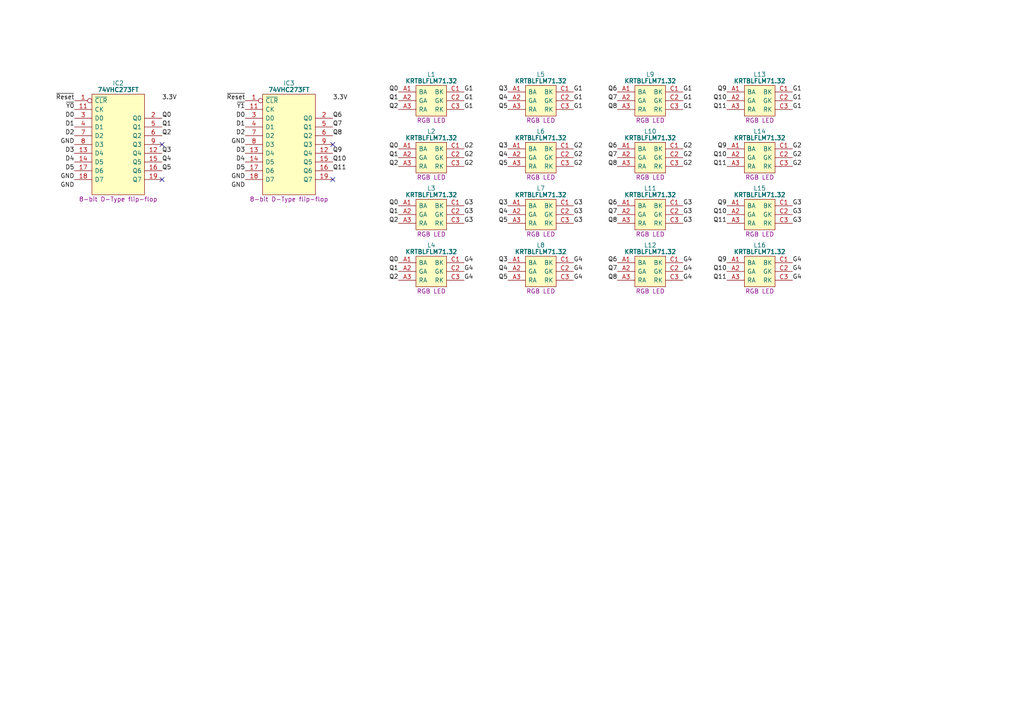
<source format=kicad_sch>
(kicad_sch (version 20231120) (generator "eeschema") (generator_version "8.0")
  (paper "A4")
  (lib_symbols
    (symbol "Connector:TestPoint" (pin_numbers hide) (pin_names (offset 0.762) hide)
      (property "Reference" "TP" (at 0 6.858 0))
      (property "Value" "TestPoint" (at 0 5.08 0))
      (symbol "TestPoint_0_1"
        (circle (center 0 3.302) (radius 0.762))
      )
      (symbol "TestPoint_1_1"
        (pin passive line (at 0 0 90) (length 2.54) (name "1") (number "1"))
      )
    )
    (symbol "Osram:KRTBLFLM71.32-TXUY-EV+VTAU-DP+RXTU-KY" (pin_names (offset 0.762))
      (property "Reference" "L" (at 9.525 5.08 0))
      (property "Value" "KRTBLFLM71.32" (at 9.525 3.175 0))
      (property "Description" "RGB LED" (at 9.525 -8.255 0))
      (symbol "KRTBLFLM71.32-TXUY-EV+VTAU-DP+RXTU-KY_0_1"
        (polyline (pts (xy 5.08 1.905) (xy 13.97 1.905) (xy 13.97 -6.985) (xy 5.08 -6.985) (xy 5.08 1.905)) (stroke (width 0.1524)) (fill (type background)))
      )
      (symbol "KRTBLFLM71.32-TXUY-EV+VTAU-DP+RXTU-KY_1_0"
        (pin passive line (at 19.05 0 180) (length 5.08) (name "BA") (number "A1"))
        (pin passive line (at 19.05 -2.54 180) (length 5.08) (name "GA") (number "A2"))
        (pin passive line (at 19.05 -5.08 180) (length 5.08) (name "RA") (number "A3"))
        (pin passive line (at 0 0 0) (length 5.08) (name "BK") (number "C1"))
        (pin passive line (at 0 -2.54 0) (length 5.08) (name "GK") (number "C2"))
        (pin passive line (at 0 -5.08 0) (length 5.08) (name "RK") (number "C3"))
      )
    )
    (symbol "Toshiba:74VHC273FT" (pin_names (offset 0.762))
      (property "Reference" "IC" (at 12.7 5.08 0))
      (property "Value" "74VHC273FT" (at 12.7 3.175 0))
      (property "Description" "8-bit D-Type flip-flop" (at 12.7 -28.575 0))
      (symbol "74VHC273FT_0_0"
        (pin output line (at 25.4 -15.24 180) (length 5.08) (name "Q4") (number "12"))
        (pin input line (at 0 -15.24 0) (length 5.08) (name "D4") (number "13"))
        (pin input line (at 0 -17.78 0) (length 5.08) (name "D5") (number "14"))
        (pin output line (at 25.4 -17.78 180) (length 5.08) (name "Q5") (number "15"))
        (pin output line (at 25.4 -20.32 180) (length 5.08) (name "Q6") (number "16"))
        (pin input line (at 0 -20.32 0) (length 5.08) (name "D6") (number "17"))
        (pin input line (at 0 -22.86 0) (length 5.08) (name "D7") (number "18"))
        (pin output line (at 25.4 -22.86 180) (length 5.08) (name "Q7") (number "19"))
        (pin output line (at 25.4 -5.08 180) (length 5.08) (name "Q0") (number "2"))
        (pin input line (at 0 -5.08 0) (length 5.08) (name "D0") (number "3"))
        (pin input line (at 0 -7.62 0) (length 5.08) (name "D1") (number "4"))
        (pin output line (at 25.4 -7.62 180) (length 5.08) (name "Q1") (number "5"))
        (pin output line (at 25.4 -10.16 180) (length 5.08) (name "Q2") (number "6"))
        (pin input line (at 0 -10.16 0) (length 5.08) (name "D2") (number "7"))
        (pin input line (at 0 -12.7 0) (length 5.08) (name "D3") (number "8"))
        (pin output line (at 25.4 -12.7 180) (length 5.08) (name "Q3") (number "9"))
      )
      (symbol "74VHC273FT_0_1"
        (polyline (pts (xy 5.08 1.905) (xy 20.32 1.905) (xy 20.32 -27.305) (xy 5.08 -27.305) (xy 5.08 1.905)) (stroke (width 0.1524)) (fill (type background)))
      )
      (symbol "74VHC273FT_1_0"
        (pin input inverted (at 0 0 0) (length 5.08) (name "~{CLR}") (number "1"))
        (pin passive line (at 0 -25.4 0) (length 5.08) hide (name "GND") (number "10"))
        (pin input line (at 0 -2.54 0) (length 5.08) (name "CK") (number "11"))
        (pin passive line (at 25.4 0 180) (length 5.08) hide (name "5V") (number "20"))
      )
    )
  )
  (no_connect (at 96.52 41.91))
  (no_connect (at 46.99 41.91))
  (no_connect (at 96.52 52.07))
  (no_connect (at 46.99 52.07))
  (wire (pts (xy -35.56 27.94) (xy -35.56 30.48)))
  (wire (pts (xy -27.94 99.06) (xy -27.94 100.33)))
  (wire (pts (xy -38.1 26.67) (xy -38.1 30.48)))
  (wire (pts (xy -35.56 45.72) (xy -35.56 48.26)))
  (wire (pts (xy -38.1 62.23) (xy -38.1 66.04)))
  (wire (pts (xy -48.26 27.94) (xy -40.64 27.94)))
  (wire (pts (xy -27.94 81.28) (xy -27.94 82.55)))
  (wire (pts (xy -40.64 45.72) (xy -40.64 48.26)))
  (wire (pts (xy -38.1 81.28) (xy -38.1 85.09)))
  (wire (pts (xy -27.94 62.23) (xy -27.94 63.5)))
  (wire (pts (xy -35.56 63.5) (xy -35.56 66.04)))
  (wire (pts (xy -35.56 82.55) (xy -35.56 85.09)))
  (wire (pts (xy -27.94 27.94) (xy -35.56 27.94)))
  (wire (pts (xy -38.1 118.11) (xy -38.1 121.92)))
  (wire (pts (xy -48.26 26.67) (xy -48.26 27.94)))
  (wire (pts (xy -27.94 26.67) (xy -27.94 27.94)))
  (wire (pts (xy -35.56 100.33) (xy -35.56 102.87)))
  (wire (pts (xy -48.26 82.55) (xy -40.64 82.55)))
  (wire (pts (xy -38.1 99.06) (xy -38.1 102.87)))
  (wire (pts (xy -48.26 63.5) (xy -40.64 63.5)))
  (wire (pts (xy -48.26 62.23) (xy -48.26 63.5)))
  (wire (pts (xy -27.94 100.33) (xy -35.56 100.33)))
  (wire (pts (xy -48.26 100.33) (xy -40.64 100.33)))
  (wire (pts (xy -40.64 63.5) (xy -40.64 66.04)))
  (wire (pts (xy -27.94 44.45) (xy -27.94 45.72)))
  (wire (pts (xy -48.26 81.28) (xy -48.26 82.55)))
  (wire (pts (xy -40.64 100.33) (xy -40.64 102.87)))
  (wire (pts (xy -38.1 44.45) (xy -38.1 48.26)))
  (wire (pts (xy -48.26 99.06) (xy -48.26 100.33)))
  (wire (pts (xy -48.26 44.45) (xy -48.26 45.72)))
  (wire (pts (xy -48.26 45.72) (xy -40.64 45.72)))
  (wire (pts (xy -27.94 63.5) (xy -35.56 63.5)))
  (wire (pts (xy -27.94 82.55) (xy -35.56 82.55)))
  (wire (pts (xy -40.64 27.94) (xy -40.64 30.48)))
  (wire (pts (xy -40.64 82.55) (xy -40.64 85.09)))
  (wire (pts (xy -27.94 45.72) (xy -35.56 45.72)))
  (label "D1" (at -38.1 48.26 270))
  (label "Q4" (at 147.32 78.74 180))
  (label "Q0" (at 46.99 34.29 0))
  (label "Q10" (at 210.82 62.23 180))
  (label "Q1" (at 46.99 36.83 0))
  (label "Q11" (at 210.82 31.75 180))
  (label "G2" (at 166.37 48.26 0))
  (label "G4" (at 134.62 81.28 0))
  (label "D4" (at 71.12 46.99 180))
  (label "~{Y0}" (at -38.1 66.04 270))
  (label "Q7" (at 179.07 29.21 180))
  (label "Q4" (at 147.32 29.21 180))
  (label "Q2" (at 46.99 39.37 0))
  (label "D3" (at 21.59 44.45 180))
  (label "GND" (at 21.59 54.61 180))
  (label "Q7" (at 96.52 36.83 0))
  (label "G4" (at 229.87 76.2 0))
  (label "G1" (at 134.62 31.75 0))
  (label "G4" (at 134.62 76.2 0))
  (label "G4" (at 198.12 76.2 0))
  (label "Q6" (at 179.07 76.2 180))
  (label "Q11" (at 210.82 64.77 180))
  (label "Q6" (at 179.07 59.69 180))
  (label "G1" (at 134.62 29.21 0))
  (label "3.3V" (at 96.52 29.21 0))
  (label "D3" (at -35.56 30.48 270))
  (label "Q1" (at 115.57 29.21 180))
  (label "~{Reset}" (at 21.59 29.21 180))
  (label "Q5" (at 147.32 81.28 180))
  (label "G4" (at 229.87 81.28 0))
  (label "G2" (at 134.62 48.26 0))
  (label "Q1" (at 115.57 78.74 180))
  (label "Q9" (at 96.52 44.45 0))
  (label "D5" (at 71.12 49.53 180))
  (label "Q8" (at 179.07 48.26 180))
  (label "G3" (at 134.62 62.23 0))
  (label "Q6" (at 96.52 34.29 0))
  (label "Q8" (at 179.07 81.28 180))
  (label "Q7" (at 179.07 45.72 180))
  (label "G1" (at -40.64 85.09 270))
  (label "Q0" (at 115.57 59.69 180))
  (label "~{Y0}" (at 21.59 31.75 180))
  (label "G2" (at 198.12 45.72 0))
  (label "D4" (at -38.1 30.48 270))
  (label "G4" (at 166.37 76.2 0))
  (label "D0" (at 71.12 34.29 180))
  (label "Q1" (at 115.57 62.23 180))
  (label "Q9" (at 210.82 43.18 180))
  (label "G2" (at 229.87 43.18 0))
  (label "GND" (at 21.59 52.07 180))
  (label "G1" (at 229.87 31.75 0))
  (label "G1" (at 229.87 29.21 0))
  (label "Q10" (at 96.52 46.99 0))
  (label "3.3V" (at -35.56 102.87 270))
  (label "G2" (at 166.37 45.72 0))
  (label "Q4" (at 147.32 62.23 180))
  (label "Q2" (at 115.57 48.26 180))
  (label "Q3" (at 147.32 59.69 180))
  (label "G2" (at -38.1 85.09 270))
  (label "Q6" (at 179.07 26.67 180))
  (label "D1" (at 71.12 36.83 180))
  (label "Q9" (at 210.82 59.69 180))
  (label "G1" (at 166.37 31.75 0))
  (label "G2" (at 229.87 48.26 0))
  (label "G2" (at 198.12 43.18 0))
  (label "G1" (at 166.37 29.21 0))
  (label "Q3" (at 147.32 26.67 180))
  (label "G2" (at 134.62 45.72 0))
  (label "D4" (at 21.59 46.99 180))
  (label "G1" (at 198.12 31.75 0))
  (label "G1" (at 198.12 26.67 0))
  (label "G1" (at 166.37 26.67 0))
  (label "G4" (at 229.87 78.74 0))
  (label "G1" (at 229.87 26.67 0))
  (label "GND" (at -40.64 102.87 270))
  (label "Q9" (at 210.82 76.2 180))
  (label "D0" (at -35.56 48.26 270))
  (label "Q11" (at 96.52 49.53 0))
  (label "D5" (at 21.59 49.53 180))
  (label "G3" (at 166.37 64.77 0))
  (label "Q0" (at 115.57 43.18 180))
  (label "G3" (at 229.87 64.77 0))
  (label "Q11" (at 210.82 81.28 180))
  (label "G4" (at 166.37 78.74 0))
  (label "Q10" (at 210.82 45.72 180))
  (label "G3" (at 134.62 59.69 0))
  (label "Q5" (at 147.32 64.77 180))
  (label "~{Reset}" (at 71.12 29.21 180))
  (label "Q8" (at 179.07 64.77 180))
  (label "G3" (at 166.37 59.69 0))
  (label "D2" (at 71.12 39.37 180))
  (label "G4" (at 134.62 78.74 0))
  (label "Q2" (at 115.57 81.28 180))
  (label "Q1" (at 115.57 45.72 180))
  (label "G3" (at 198.12 62.23 0))
  (label "Q8" (at 179.07 31.75 180))
  (label "Q0" (at 115.57 76.2 180))
  (label "G3" (at 229.87 59.69 0))
  (label "GND" (at 71.12 41.91 180))
  (label "Q5" (at 46.99 49.53 0))
  (label "GND" (at -38.1 121.92 270))
  (label "D5" (at -40.64 30.48 270))
  (label "GND" (at 71.12 54.61 180))
  (label "Q2" (at 115.57 64.77 180))
  (label "G2" (at 229.87 45.72 0))
  (label "Q7" (at 179.07 78.74 180))
  (label "G2" (at 134.62 43.18 0))
  (label "D0" (at 21.59 34.29 180))
  (label "D1" (at 21.59 36.83 180))
  (label "G3" (at 229.87 62.23 0))
  (label "Q6" (at 179.07 43.18 180))
  (label "GND" (at 71.12 52.07 180))
  (label "G4" (at 198.12 81.28 0))
  (label "D3" (at 71.12 44.45 180))
  (label "G1" (at 198.12 29.21 0))
  (label "G3" (at 166.37 62.23 0))
  (label "Q3" (at 147.32 76.2 180))
  (label "Q4" (at 46.99 46.99 0))
  (label "Q10" (at 210.82 78.74 180))
  (label "GND" (at 21.59 41.91 180))
  (label "Q9" (at 210.82 26.67 180))
  (label "~{Y1}" (at -35.56 66.04 270))
  (label "D2" (at -40.64 48.26 270))
  (label "Q4" (at 147.32 45.72 180))
  (label "Q0" (at 115.57 26.67 180))
  (label "Q3" (at 147.32 43.18 180))
  (label "G3" (at 134.62 64.77 0))
  (label "G4" (at 166.37 81.28 0))
  (label "G3" (at 198.12 64.77 0))
  (label "3.3V" (at 46.99 29.21 0))
  (label "Q11" (at 210.82 48.26 180))
  (label "G4" (at 198.12 78.74 0))
  (label "G2" (at 166.37 43.18 0))
  (label "Q2" (at 115.57 31.75 180))
  (label "D2" (at 21.59 39.37 180))
  (label "~{Y1}" (at 71.12 31.75 180))
  (label "Q5" (at 147.32 31.75 180))
  (label "G4" (at -38.1 102.87 270))
  (label "Q7" (at 179.07 62.23 180))
  (label "G1" (at 134.62 26.67 0))
  (label "Q8" (at 96.52 39.37 0))
  (label "G3" (at 198.12 59.69 0))
  (label "Q5" (at 147.32 48.26 180))
  (label "Q3" (at 46.99 44.45 0))
  (label "G2" (at 198.12 48.26 0))
  (label "G3" (at -35.56 85.09 270))
  (label "Q10" (at 210.82 29.21 180))
  (label "~{Reset}" (at -40.64 66.04 270))
  (symbol (lib_id "Connector:TestPoint") (at -48.26 81.28 0) (unit 1)
    (property "Reference" "TP10" (at -48.26 74.422 0))
    (property "Value" "TestPoint" (at -48.26 76.2 0))
    (property "Footprint" "SamacSys_Parts:Point_D1.0mm_Drill0.5mm" (effects (hide yes)))
    (property "Description" "test point" (effects (hide yes)))
  )
  (symbol (lib_id "Connector:TestPoint") (at -48.26 62.23 0) (unit 1)
    (property "Reference" "TP7" (at -48.26 55.372 0))
    (property "Value" "TestPoint" (at -48.26 57.15 0))
    (property "Footprint" "SamacSys_Parts:Point_D1.0mm_Drill0.5mm" (effects (hide yes)))
    (property "Description" "test point" (effects (hide yes)))
  )
  (symbol (lib_id "Osram:KRTBLFLM71.32-TXUY-EV+VTAU-DP+RXTU-KY") (at 198.12 26.67 0) (mirror y) (unit 1)
    (property "Reference" "L9" (at 188.595 21.59 0))
    (property "Value" "KRTBLFLM71.32" (at 188.595 23.495 0) (effects (font (bold yes))))
    (property "Footprint" "SamacSys_Parts:KRTBLFLM7132TXUYEVVTAUDPRXTUKY" (effects (hide yes)))
    (property "Datasheet" "https://docs.rs-online.com/2bdb/A700000006800397.pdf" (effects (hide yes)))
    (property "Description" "RGB LED" (at 188.595 34.925 0))
    (property "Height" "2.45" (effects (hide yes)))
    (property "Manufacturer_Name" "OSRAM" (effects (hide yes)))
    (property "Manufacturer_Part_Number" "KRTBLFLM71.32-TXUY-EV+VTAU-DP+RXTU-KY" (effects (hide yes)))
    (property "Silkscreen" "KRTBLF" (effects (hide yes)))
  )
  (symbol (lib_id "Connector:TestPoint") (at -38.1 99.06 0) (unit 1)
    (property "Reference" "TP14" (at -38.1 92.202 0))
    (property "Value" "TestPoint" (at -38.1 93.98 0))
    (property "Footprint" "SamacSys_Parts:Point_D1.0mm_Drill0.5mm" (effects (hide yes)))
    (property "Description" "test point" (effects (hide yes)))
  )
  (symbol (lib_id "Connector:TestPoint") (at -27.94 81.28 0) (unit 1)
    (property "Reference" "TP12" (at -27.94 74.422 0))
    (property "Value" "TestPoint" (at -27.94 76.2 0))
    (property "Footprint" "SamacSys_Parts:Point_D1.0mm_Drill0.5mm" (effects (hide yes)))
    (property "Description" "test point" (effects (hide yes)))
  )
  (symbol (lib_id "Osram:KRTBLFLM71.32-TXUY-EV+VTAU-DP+RXTU-KY") (at 134.62 26.67 0) (mirror y) (unit 1)
    (property "Reference" "L1" (at 125.095 21.59 0))
    (property "Value" "KRTBLFLM71.32" (at 125.095 23.495 0) (effects (font (bold yes))))
    (property "Footprint" "SamacSys_Parts:KRTBLFLM7132TXUYEVVTAUDPRXTUKY" (effects (hide yes)))
    (property "Datasheet" "https://docs.rs-online.com/2bdb/A700000006800397.pdf" (effects (hide yes)))
    (property "Description" "RGB LED" (at 125.095 34.925 0))
    (property "Height" "2.45" (effects (hide yes)))
    (property "Manufacturer_Name" "OSRAM" (effects (hide yes)))
    (property "Manufacturer_Part_Number" "KRTBLFLM71.32-TXUY-EV+VTAU-DP+RXTU-KY" (effects (hide yes)))
    (property "Silkscreen" "KRTBLF" (effects (hide yes)))
  )
  (symbol (lib_id "Connector:TestPoint") (at -27.94 44.45 0) (unit 1)
    (property "Reference" "TP6" (at -27.94 37.592 0))
    (property "Value" "TestPoint" (at -27.94 39.37 0))
    (property "Footprint" "SamacSys_Parts:Point_D1.0mm_Drill0.5mm" (effects (hide yes)))
    (property "Description" "test point" (effects (hide yes)))
  )
  (symbol (lib_id "Osram:KRTBLFLM71.32-TXUY-EV+VTAU-DP+RXTU-KY") (at 229.87 43.18 0) (mirror y) (unit 1)
    (property "Reference" "L14" (at 220.345 38.1 0))
    (property "Value" "KRTBLFLM71.32" (at 220.345 40.005 0) (effects (font (bold yes))))
    (property "Footprint" "SamacSys_Parts:KRTBLFLM7132TXUYEVVTAUDPRXTUKY" (effects (hide yes)))
    (property "Datasheet" "https://docs.rs-online.com/2bdb/A700000006800397.pdf" (effects (hide yes)))
    (property "Description" "RGB LED" (at 220.345 51.435 0))
    (property "Height" "2.45" (effects (hide yes)))
    (property "Manufacturer_Name" "OSRAM" (effects (hide yes)))
    (property "Manufacturer_Part_Number" "KRTBLFLM71.32-TXUY-EV+VTAU-DP+RXTU-KY" (effects (hide yes)))
    (property "Silkscreen" "KRTBLF" (effects (hide yes)))
  )
  (symbol (lib_id "Osram:KRTBLFLM71.32-TXUY-EV+VTAU-DP+RXTU-KY") (at 134.62 76.2 0) (mirror y) (unit 1)
    (property "Reference" "L4" (at 125.095 71.12 0))
    (property "Value" "KRTBLFLM71.32" (at 125.095 73.025 0) (effects (font (bold yes))))
    (property "Footprint" "SamacSys_Parts:KRTBLFLM7132TXUYEVVTAUDPRXTUKY" (effects (hide yes)))
    (property "Datasheet" "https://docs.rs-online.com/2bdb/A700000006800397.pdf" (effects (hide yes)))
    (property "Description" "RGB LED" (at 125.095 84.455 0))
    (property "Height" "2.45" (effects (hide yes)))
    (property "Manufacturer_Name" "OSRAM" (effects (hide yes)))
    (property "Manufacturer_Part_Number" "KRTBLFLM71.32-TXUY-EV+VTAU-DP+RXTU-KY" (effects (hide yes)))
    (property "Silkscreen" "KRTBLF" (effects (hide yes)))
  )
  (symbol (lib_id "Osram:KRTBLFLM71.32-TXUY-EV+VTAU-DP+RXTU-KY") (at 229.87 76.2 0) (mirror y) (unit 1)
    (property "Reference" "L16" (at 220.345 71.12 0))
    (property "Value" "KRTBLFLM71.32" (at 220.345 73.025 0) (effects (font (bold yes))))
    (property "Footprint" "SamacSys_Parts:KRTBLFLM7132TXUYEVVTAUDPRXTUKY" (effects (hide yes)))
    (property "Datasheet" "https://docs.rs-online.com/2bdb/A700000006800397.pdf" (effects (hide yes)))
    (property "Description" "RGB LED" (at 220.345 84.455 0))
    (property "Height" "2.45" (effects (hide yes)))
    (property "Manufacturer_Name" "OSRAM" (effects (hide yes)))
    (property "Manufacturer_Part_Number" "KRTBLFLM71.32-TXUY-EV+VTAU-DP+RXTU-KY" (effects (hide yes)))
    (property "Silkscreen" "KRTBLF" (effects (hide yes)))
  )
  (symbol (lib_id "Osram:KRTBLFLM71.32-TXUY-EV+VTAU-DP+RXTU-KY") (at 134.62 59.69 0) (mirror y) (unit 1)
    (property "Reference" "L3" (at 125.095 54.61 0))
    (property "Value" "KRTBLFLM71.32" (at 125.095 56.515 0) (effects (font (bold yes))))
    (property "Footprint" "SamacSys_Parts:KRTBLFLM7132TXUYEVVTAUDPRXTUKY" (effects (hide yes)))
    (property "Datasheet" "https://docs.rs-online.com/2bdb/A700000006800397.pdf" (effects (hide yes)))
    (property "Description" "RGB LED" (at 125.095 67.945 0))
    (property "Height" "2.45" (effects (hide yes)))
    (property "Manufacturer_Name" "OSRAM" (effects (hide yes)))
    (property "Manufacturer_Part_Number" "KRTBLFLM71.32-TXUY-EV+VTAU-DP+RXTU-KY" (effects (hide yes)))
    (property "Silkscreen" "KRTBLF" (effects (hide yes)))
  )
  (symbol (lib_id "Connector:TestPoint") (at -38.1 26.67 0) (unit 1)
    (property "Reference" "TP2" (at -38.1 19.812 0))
    (property "Value" "TestPoint" (at -38.1 21.59 0))
    (property "Footprint" "SamacSys_Parts:Point_D1.0mm_Drill0.5mm" (effects (hide yes)))
    (property "Description" "test point" (effects (hide yes)))
  )
  (symbol (lib_id "Connector:TestPoint") (at -48.26 44.45 0) (unit 1)
    (property "Reference" "TP4" (at -48.26 37.592 0))
    (property "Value" "TestPoint" (at -48.26 39.37 0))
    (property "Footprint" "SamacSys_Parts:Point_D1.0mm_Drill0.5mm" (effects (hide yes)))
    (property "Description" "test point" (effects (hide yes)))
  )
  (symbol (lib_id "Connector:TestPoint") (at -38.1 118.11 0) (unit 1)
    (property "Reference" "TP16" (at -38.1 111.252 0))
    (property "Value" "TestPoint" (at -38.1 113.03 0))
    (property "Footprint" "SamacSys_Parts:Point_D1.0mm_Drill0.5mm" (effects (hide yes)))
    (property "Description" "test point" (effects (hide yes)))
  )
  (symbol (lib_id "Osram:KRTBLFLM71.32-TXUY-EV+VTAU-DP+RXTU-KY") (at 166.37 43.18 0) (mirror y) (unit 1)
    (property "Reference" "L6" (at 156.845 38.1 0))
    (property "Value" "KRTBLFLM71.32" (at 156.845 40.005 0) (effects (font (bold yes))))
    (property "Footprint" "SamacSys_Parts:KRTBLFLM7132TXUYEVVTAUDPRXTUKY" (effects (hide yes)))
    (property "Datasheet" "https://docs.rs-online.com/2bdb/A700000006800397.pdf" (effects (hide yes)))
    (property "Description" "RGB LED" (at 156.845 51.435 0))
    (property "Height" "2.45" (effects (hide yes)))
    (property "Manufacturer_Name" "OSRAM" (effects (hide yes)))
    (property "Manufacturer_Part_Number" "KRTBLFLM71.32-TXUY-EV+VTAU-DP+RXTU-KY" (effects (hide yes)))
    (property "Silkscreen" "KRTBLF" (effects (hide yes)))
  )
  (symbol (lib_id "Osram:KRTBLFLM71.32-TXUY-EV+VTAU-DP+RXTU-KY") (at 229.87 26.67 0) (mirror y) (unit 1)
    (property "Reference" "L13" (at 220.345 21.59 0))
    (property "Value" "KRTBLFLM71.32" (at 220.345 23.495 0) (effects (font (bold yes))))
    (property "Footprint" "SamacSys_Parts:KRTBLFLM7132TXUYEVVTAUDPRXTUKY" (effects (hide yes)))
    (property "Datasheet" "https://docs.rs-online.com/2bdb/A700000006800397.pdf" (effects (hide yes)))
    (property "Description" "RGB LED" (at 220.345 34.925 0))
    (property "Height" "2.45" (effects (hide yes)))
    (property "Manufacturer_Name" "OSRAM" (effects (hide yes)))
    (property "Manufacturer_Part_Number" "KRTBLFLM71.32-TXUY-EV+VTAU-DP+RXTU-KY" (effects (hide yes)))
    (property "Silkscreen" "KRTBLF" (effects (hide yes)))
  )
  (symbol (lib_id "Connector:TestPoint") (at -48.26 99.06 0) (unit 1)
    (property "Reference" "TP13" (at -48.26 92.202 0))
    (property "Value" "TestPoint" (at -48.26 93.98 0))
    (property "Footprint" "SamacSys_Parts:Point_D1.0mm_Drill0.5mm" (effects (hide yes)))
    (property "Description" "test point" (effects (hide yes)))
  )
  (symbol (lib_id "Connector:TestPoint") (at -48.26 26.67 0) (unit 1)
    (property "Reference" "TP1" (at -48.26 19.812 0))
    (property "Value" "TestPoint" (at -48.26 21.59 0))
    (property "Footprint" "SamacSys_Parts:Point_D1.0mm_Drill0.5mm" (effects (hide yes)))
    (property "Description" "test point" (effects (hide yes)))
  )
  (symbol (lib_id "Connector:TestPoint") (at -38.1 44.45 0) (unit 1)
    (property "Reference" "TP5" (at -38.1 37.592 0))
    (property "Value" "TestPoint" (at -38.1 39.37 0))
    (property "Footprint" "SamacSys_Parts:Point_D1.0mm_Drill0.5mm" (effects (hide yes)))
    (property "Description" "test point" (effects (hide yes)))
  )
  (symbol (lib_id "Connector:TestPoint") (at -27.94 26.67 0) (unit 1)
    (property "Reference" "TP3" (at -27.94 19.812 0))
    (property "Value" "TestPoint" (at -27.94 21.59 0))
    (property "Footprint" "SamacSys_Parts:Point_D1.0mm_Drill0.5mm" (effects (hide yes)))
    (property "Description" "test point" (effects (hide yes)))
  )
  (symbol (lib_id "Connector:TestPoint") (at -38.1 81.28 0) (unit 1)
    (property "Reference" "TP11" (at -38.1 74.422 0))
    (property "Value" "TestPoint" (at -38.1 76.2 0))
    (property "Footprint" "SamacSys_Parts:Point_D1.0mm_Drill0.5mm" (effects (hide yes)))
    (property "Description" "test point" (effects (hide yes)))
  )
  (symbol (lib_id "Toshiba:74VHC273FT") (at 21.59 29.21 0) (unit 1)
    (property "Reference" "IC2" (at 34.29 24.13 0))
    (property "Value" "74VHC273FT" (at 34.29 26.035 0) (effects (font (bold yes))))
    (property "Footprint" "SamacSys_Parts:SOP65P640X110-20N" (effects (hide yes)))
    (property "Description" "8-bit D-Type flip-flop" (at 34.29 57.785 0))
    (property "Height" "1.1" (effects (hide yes)))
    (property "Manufacturer_Name" "Nexperia" (effects (hide yes)))
    (property "Manufacturer_Part_Number" "74VHC273FT" (effects (hide yes)))
    (property "Silkscreen" "74VHC273" (effects (hide yes)))
  )
  (symbol (lib_id "Connector:TestPoint") (at -38.1 62.23 0) (unit 1)
    (property "Reference" "TP8" (at -38.1 55.372 0))
    (property "Value" "TestPoint" (at -38.1 57.15 0))
    (property "Footprint" "SamacSys_Parts:Point_D1.0mm_Drill0.5mm" (effects (hide yes)))
    (property "Description" "test point" (effects (hide yes)))
  )
  (symbol (lib_id "Osram:KRTBLFLM71.32-TXUY-EV+VTAU-DP+RXTU-KY") (at 166.37 59.69 0) (mirror y) (unit 1)
    (property "Reference" "L7" (at 156.845 54.61 0))
    (property "Value" "KRTBLFLM71.32" (at 156.845 56.515 0) (effects (font (bold yes))))
    (property "Footprint" "SamacSys_Parts:KRTBLFLM7132TXUYEVVTAUDPRXTUKY" (effects (hide yes)))
    (property "Datasheet" "https://docs.rs-online.com/2bdb/A700000006800397.pdf" (effects (hide yes)))
    (property "Description" "RGB LED" (at 156.845 67.945 0))
    (property "Height" "2.45" (effects (hide yes)))
    (property "Manufacturer_Name" "OSRAM" (effects (hide yes)))
    (property "Manufacturer_Part_Number" "KRTBLFLM71.32-TXUY-EV+VTAU-DP+RXTU-KY" (effects (hide yes)))
    (property "Silkscreen" "KRTBLF" (effects (hide yes)))
  )
  (symbol (lib_id "Osram:KRTBLFLM71.32-TXUY-EV+VTAU-DP+RXTU-KY") (at 166.37 26.67 0) (mirror y) (unit 1)
    (property "Reference" "L5" (at 156.845 21.59 0))
    (property "Value" "KRTBLFLM71.32" (at 156.845 23.495 0) (effects (font (bold yes))))
    (property "Footprint" "SamacSys_Parts:KRTBLFLM7132TXUYEVVTAUDPRXTUKY" (effects (hide yes)))
    (property "Datasheet" "https://docs.rs-online.com/2bdb/A700000006800397.pdf" (effects (hide yes)))
    (property "Description" "RGB LED" (at 156.845 34.925 0))
    (property "Height" "2.45" (effects (hide yes)))
    (property "Manufacturer_Name" "OSRAM" (effects (hide yes)))
    (property "Manufacturer_Part_Number" "KRTBLFLM71.32-TXUY-EV+VTAU-DP+RXTU-KY" (effects (hide yes)))
    (property "Silkscreen" "KRTBLF" (effects (hide yes)))
  )
  (symbol (lib_id "Osram:KRTBLFLM71.32-TXUY-EV+VTAU-DP+RXTU-KY") (at 198.12 59.69 0) (mirror y) (unit 1)
    (property "Reference" "L11" (at 188.595 54.61 0))
    (property "Value" "KRTBLFLM71.32" (at 188.595 56.515 0) (effects (font (bold yes))))
    (property "Footprint" "SamacSys_Parts:KRTBLFLM7132TXUYEVVTAUDPRXTUKY" (effects (hide yes)))
    (property "Datasheet" "https://docs.rs-online.com/2bdb/A700000006800397.pdf" (effects (hide yes)))
    (property "Description" "RGB LED" (at 188.595 67.945 0))
    (property "Height" "2.45" (effects (hide yes)))
    (property "Manufacturer_Name" "OSRAM" (effects (hide yes)))
    (property "Manufacturer_Part_Number" "KRTBLFLM71.32-TXUY-EV+VTAU-DP+RXTU-KY" (effects (hide yes)))
    (property "Silkscreen" "KRTBLF" (effects (hide yes)))
  )
  (symbol (lib_id "Toshiba:74VHC273FT") (at 71.12 29.21 0) (unit 1)
    (property "Reference" "IC3" (at 83.82 24.13 0))
    (property "Value" "74VHC273FT" (at 83.82 26.035 0) (effects (font (bold yes))))
    (property "Footprint" "SamacSys_Parts:SOP65P640X110-20N" (effects (hide yes)))
    (property "Description" "8-bit D-Type flip-flop" (at 83.82 57.785 0))
    (property "Height" "1.1" (effects (hide yes)))
    (property "Manufacturer_Name" "Nexperia" (effects (hide yes)))
    (property "Manufacturer_Part_Number" "74VHC273FT" (effects (hide yes)))
    (property "Silkscreen" "74VHC273" (effects (hide yes)))
  )
  (symbol (lib_id "Connector:TestPoint") (at -27.94 99.06 0) (unit 1)
    (property "Reference" "TP15" (at -27.94 92.202 0))
    (property "Value" "TestPoint" (at -27.94 93.98 0))
    (property "Footprint" "SamacSys_Parts:Point_D1.0mm_Drill0.5mm" (effects (hide yes)))
    (property "Description" "test point" (effects (hide yes)))
  )
  (symbol (lib_id "Osram:KRTBLFLM71.32-TXUY-EV+VTAU-DP+RXTU-KY") (at 229.87 59.69 0) (mirror y) (unit 1)
    (property "Reference" "L15" (at 220.345 54.61 0))
    (property "Value" "KRTBLFLM71.32" (at 220.345 56.515 0) (effects (font (bold yes))))
    (property "Footprint" "SamacSys_Parts:KRTBLFLM7132TXUYEVVTAUDPRXTUKY" (effects (hide yes)))
    (property "Datasheet" "https://docs.rs-online.com/2bdb/A700000006800397.pdf" (effects (hide yes)))
    (property "Description" "RGB LED" (at 220.345 67.945 0))
    (property "Height" "2.45" (effects (hide yes)))
    (property "Manufacturer_Name" "OSRAM" (effects (hide yes)))
    (property "Manufacturer_Part_Number" "KRTBLFLM71.32-TXUY-EV+VTAU-DP+RXTU-KY" (effects (hide yes)))
    (property "Silkscreen" "KRTBLF" (effects (hide yes)))
  )
  (symbol (lib_id "Osram:KRTBLFLM71.32-TXUY-EV+VTAU-DP+RXTU-KY") (at 166.37 76.2 0) (mirror y) (unit 1)
    (property "Reference" "L8" (at 156.845 71.12 0))
    (property "Value" "KRTBLFLM71.32" (at 156.845 73.025 0) (effects (font (bold yes))))
    (property "Footprint" "SamacSys_Parts:KRTBLFLM7132TXUYEVVTAUDPRXTUKY" (effects (hide yes)))
    (property "Datasheet" "https://docs.rs-online.com/2bdb/A700000006800397.pdf" (effects (hide yes)))
    (property "Description" "RGB LED" (at 156.845 84.455 0))
    (property "Height" "2.45" (effects (hide yes)))
    (property "Manufacturer_Name" "OSRAM" (effects (hide yes)))
    (property "Manufacturer_Part_Number" "KRTBLFLM71.32-TXUY-EV+VTAU-DP+RXTU-KY" (effects (hide yes)))
    (property "Silkscreen" "KRTBLF" (effects (hide yes)))
  )
  (symbol (lib_id "Connector:TestPoint") (at -27.94 62.23 0) (unit 1)
    (property "Reference" "TP9" (at -27.94 55.372 0))
    (property "Value" "TestPoint" (at -27.94 57.15 0))
    (property "Footprint" "SamacSys_Parts:Point_D1.0mm_Drill0.5mm" (effects (hide yes)))
    (property "Description" "test point" (effects (hide yes)))
  )
  (symbol (lib_id "Osram:KRTBLFLM71.32-TXUY-EV+VTAU-DP+RXTU-KY") (at 134.62 43.18 0) (mirror y) (unit 1)
    (property "Reference" "L2" (at 125.095 38.1 0))
    (property "Value" "KRTBLFLM71.32" (at 125.095 40.005 0) (effects (font (bold yes))))
    (property "Footprint" "SamacSys_Parts:KRTBLFLM7132TXUYEVVTAUDPRXTUKY" (effects (hide yes)))
    (property "Datasheet" "https://docs.rs-online.com/2bdb/A700000006800397.pdf" (effects (hide yes)))
    (property "Description" "RGB LED" (at 125.095 51.435 0))
    (property "Height" "2.45" (effects (hide yes)))
    (property "Manufacturer_Name" "OSRAM" (effects (hide yes)))
    (property "Manufacturer_Part_Number" "KRTBLFLM71.32-TXUY-EV+VTAU-DP+RXTU-KY" (effects (hide yes)))
    (property "Silkscreen" "KRTBLF" (effects (hide yes)))
  )
  (symbol (lib_id "Osram:KRTBLFLM71.32-TXUY-EV+VTAU-DP+RXTU-KY") (at 198.12 43.18 0) (mirror y) (unit 1)
    (property "Reference" "L10" (at 188.595 38.1 0))
    (property "Value" "KRTBLFLM71.32" (at 188.595 40.005 0) (effects (font (bold yes))))
    (property "Footprint" "SamacSys_Parts:KRTBLFLM7132TXUYEVVTAUDPRXTUKY" (effects (hide yes)))
    (property "Datasheet" "https://docs.rs-online.com/2bdb/A700000006800397.pdf" (effects (hide yes)))
    (property "Description" "RGB LED" (at 188.595 51.435 0))
    (property "Height" "2.45" (effects (hide yes)))
    (property "Manufacturer_Name" "OSRAM" (effects (hide yes)))
    (property "Manufacturer_Part_Number" "KRTBLFLM71.32-TXUY-EV+VTAU-DP+RXTU-KY" (effects (hide yes)))
    (property "Silkscreen" "KRTBLF" (effects (hide yes)))
  )
  (symbol (lib_id "Osram:KRTBLFLM71.32-TXUY-EV+VTAU-DP+RXTU-KY") (at 198.12 76.2 0) (mirror y) (unit 1)
    (property "Reference" "L12" (at 188.595 71.12 0))
    (property "Value" "KRTBLFLM71.32" (at 188.595 73.025 0) (effects (font (bold yes))))
    (property "Footprint" "SamacSys_Parts:KRTBLFLM7132TXUYEVVTAUDPRXTUKY" (effects (hide yes)))
    (property "Datasheet" "https://docs.rs-online.com/2bdb/A700000006800397.pdf" (effects (hide yes)))
    (property "Description" "RGB LED" (at 188.595 84.455 0))
    (property "Height" "2.45" (effects (hide yes)))
    (property "Manufacturer_Name" "OSRAM" (effects (hide yes)))
    (property "Manufacturer_Part_Number" "KRTBLFLM71.32-TXUY-EV+VTAU-DP+RXTU-KY" (effects (hide yes)))
    (property "Silkscreen" "KRTBLF" (effects (hide yes)))
  )
)
</source>
